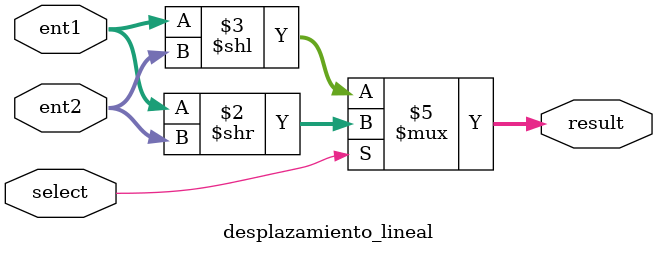
<source format=sv>
module desplazamiento_lineal (select, ent1, ent2, result);
	input logic select;
	input logic[7:0] ent1;
	input logic[3:0] ent2;
	output logic[7:0] result;

	always @* begin
		
		if(select) result = ent1 >> ent2;
		 
		else result = ent1 << ent2;
		
	end

endmodule

</source>
